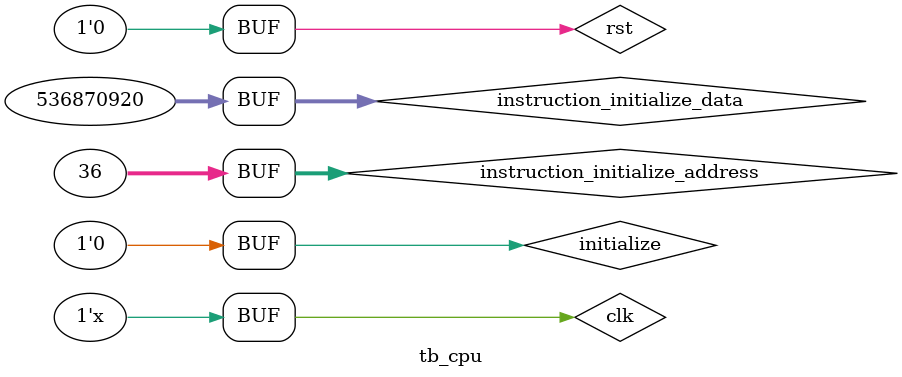
<source format=v>
`timescale 1ns / 1ns


module tb_cpu;

	// Inputs
	reg rst;
	reg clk;
	reg initialize;
	reg [31:0] instruction_initialize_data;
	reg [31:0] instruction_initialize_address;

	// Instantiate the Unit Under Test (UUT)
	cpu uut (
		.rst(rst), 
		.clk(clk), 
		.initialize(initialize), 
		.instruction_initialize_data(instruction_initialize_data), 
		.instruction_initialize_address(instruction_initialize_address)
	);

	initial begin
		// Initialize Inputs
		rst = 1;
		clk = 0;
		initialize = 1;
		instruction_initialize_data = 0;
		instruction_initialize_address = 0;
		#100;

		#20;
		instruction_initialize_address = 0;
		instruction_initialize_data = 32'b000000_00000_00010_00001_00000_10_0000;      // ADD R1, R0, R2
		#20;
		instruction_initialize_address = 4;
		instruction_initialize_data = 32'b000000_00100_00100_01000_00000_10_0010;      // SUB R8, R4, $4
		#20;
		instruction_initialize_address = 8;
		instruction_initialize_data = 32'b000000_00101_00110_00111_00000_10_0101;      // OR R5, R6, 7
		#20;
		instruction_initialize_address = 12;
		instruction_initialize_data = 32'b101011_00000_01001_00000_00000_00_1100;      // SW R9, 12(R0)
		#20;
		instruction_initialize_address = 16;
		instruction_initialize_data = 32'b100011_00000_01100_00000_00000_00_1100;      // LW R12, 12(R0)
		#20;
		instruction_initialize_address = 20;
		instruction_initialize_data = 32'b000000_00010_00001_00000_000_0010_1010;      // slt r0 r1 r2
		#20;
        instruction_initialize_address = 24;
		instruction_initialize_data = 32'b000101_00000_00010_0000_0000_0000_0001;      // BNE R0, R1, 1
		#20;		
		instruction_initialize_address = 28;
		instruction_initialize_data = 32'b000010_00_0000_0000_0000_0000_0010_0100;      // j 36
		#20;						
        instruction_initialize_address = 32;
		instruction_initialize_data = 32'b000100_00000_00000_11111_11111_11_1110;      // BEQ R0, R0, -2
		#20;
		instruction_initialize_address = 36;
		instruction_initialize_data = 32'b001000_00000_00000_00000000_00001000;       //addi r0 r0 8
		#20;
        initialize = 0;
		rst = 0;
		
		initialize = 0;
		rst = 0;
	end
      
always
#10 clk = ~clk;
endmodule


</source>
